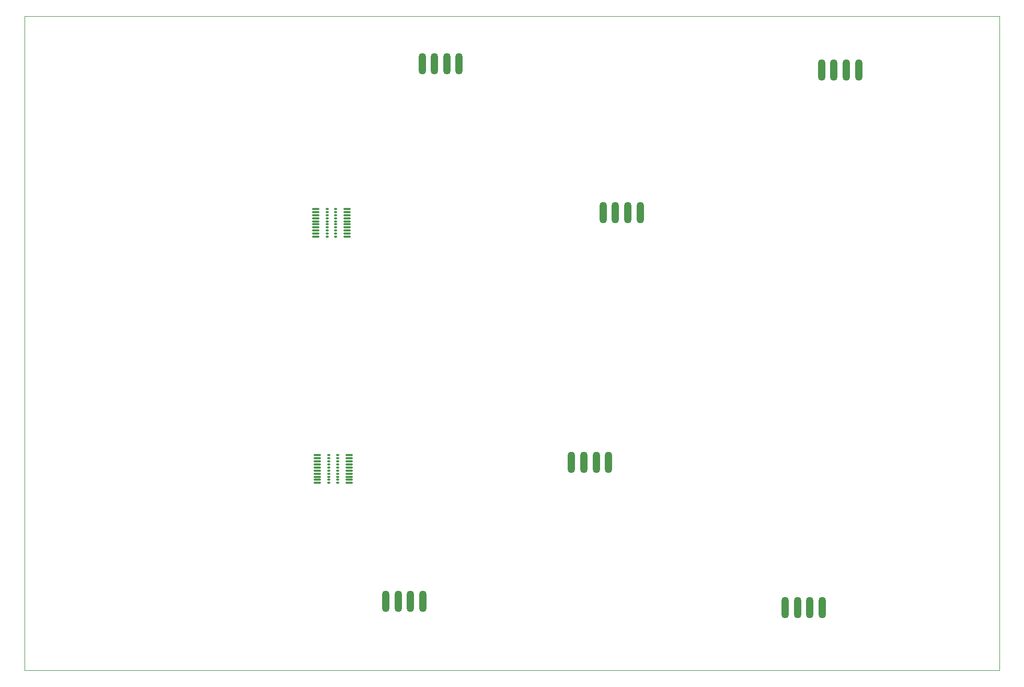
<source format=gbr>
G04 #@! TF.GenerationSoftware,KiCad,Pcbnew,(5.1.2)-2*
G04 #@! TF.CreationDate,2019-09-18T13:02:42-07:00*
G04 #@! TF.ProjectId,Cable Tester Board,4361626c-6520-4546-9573-74657220426f,rev?*
G04 #@! TF.SameCoordinates,Original*
G04 #@! TF.FileFunction,Paste,Top*
G04 #@! TF.FilePolarity,Positive*
%FSLAX46Y46*%
G04 Gerber Fmt 4.6, Leading zero omitted, Abs format (unit mm)*
G04 Created by KiCad (PCBNEW (5.1.2)-2) date 2019-09-18 13:02:42*
%MOMM*%
%LPD*%
G04 APERTURE LIST*
%ADD10C,0.050000*%
%ADD11O,1.200000X0.300000*%
%ADD12O,0.600000X0.300000*%
%ADD13O,1.250000X3.500000*%
G04 APERTURE END LIST*
D10*
X27100000Y-29500000D02*
X27100000Y-135500000D01*
X27100000Y-135500000D02*
X185000000Y-135500000D01*
X185000000Y-29500000D02*
X185000000Y-135500000D01*
X27100000Y-29500000D02*
X185000000Y-29500000D01*
D11*
X79650000Y-105100000D03*
X79650000Y-104600000D03*
X79650000Y-104100000D03*
X79650000Y-103600000D03*
X79650000Y-103100000D03*
X79650000Y-102600000D03*
X79650000Y-102100000D03*
X79650000Y-101600000D03*
X79650000Y-101100000D03*
X79650000Y-100600000D03*
X74550000Y-105100000D03*
X74550000Y-104600000D03*
X74550000Y-104100000D03*
X74550000Y-103600000D03*
X74550000Y-103100000D03*
X74550000Y-102600000D03*
X74550000Y-102100000D03*
X74550000Y-101600000D03*
X74550000Y-101100000D03*
D12*
X77800000Y-100600000D03*
X77800000Y-101100000D03*
X77800000Y-101600000D03*
X77800000Y-102100000D03*
X77800000Y-102600000D03*
X77800000Y-103100000D03*
X77800000Y-103600000D03*
X77800000Y-104100000D03*
X77800000Y-104600000D03*
X77800000Y-105100000D03*
X76400000Y-100600000D03*
X76400000Y-101100000D03*
X76400000Y-101600000D03*
X76400000Y-102100000D03*
X76400000Y-102600000D03*
X76400000Y-103100000D03*
X76400000Y-103600000D03*
X76400000Y-104100000D03*
X76400000Y-104600000D03*
X76400000Y-105100000D03*
D11*
X74550000Y-100600000D03*
X79350000Y-65200000D03*
X79350000Y-64700000D03*
X79350000Y-64200000D03*
X79350000Y-63700000D03*
X79350000Y-63200000D03*
X79350000Y-62700000D03*
X79350000Y-62200000D03*
X79350000Y-61700000D03*
X79350000Y-61200000D03*
X79350000Y-60700000D03*
X74250000Y-65200000D03*
X74250000Y-64700000D03*
X74250000Y-64200000D03*
X74250000Y-63700000D03*
X74250000Y-63200000D03*
X74250000Y-62700000D03*
X74250000Y-62200000D03*
X74250000Y-61700000D03*
X74250000Y-61200000D03*
D12*
X77500000Y-60700000D03*
X77500000Y-61200000D03*
X77500000Y-61700000D03*
X77500000Y-62200000D03*
X77500000Y-62700000D03*
X77500000Y-63200000D03*
X77500000Y-63700000D03*
X77500000Y-64200000D03*
X77500000Y-64700000D03*
X77500000Y-65200000D03*
X76100000Y-60700000D03*
X76100000Y-61200000D03*
X76100000Y-61700000D03*
X76100000Y-62200000D03*
X76100000Y-62700000D03*
X76100000Y-63200000D03*
X76100000Y-63700000D03*
X76100000Y-64200000D03*
X76100000Y-64700000D03*
X76100000Y-65200000D03*
D11*
X74250000Y-60700000D03*
D13*
X91600000Y-124300000D03*
X89600000Y-124300000D03*
X87600000Y-124300000D03*
X85600000Y-124300000D03*
X115700000Y-101800000D03*
X117700000Y-101800000D03*
X119700000Y-101800000D03*
X121700000Y-101800000D03*
X156300000Y-125300000D03*
X154300000Y-125300000D03*
X152300000Y-125300000D03*
X150300000Y-125300000D03*
X162200000Y-38200000D03*
X160200000Y-38200000D03*
X158200000Y-38200000D03*
X156200000Y-38200000D03*
X120800000Y-61300000D03*
X122800000Y-61300000D03*
X124800000Y-61300000D03*
X126800000Y-61300000D03*
X97500000Y-37200000D03*
X95500000Y-37200000D03*
X93500000Y-37200000D03*
X91500000Y-37200000D03*
M02*

</source>
